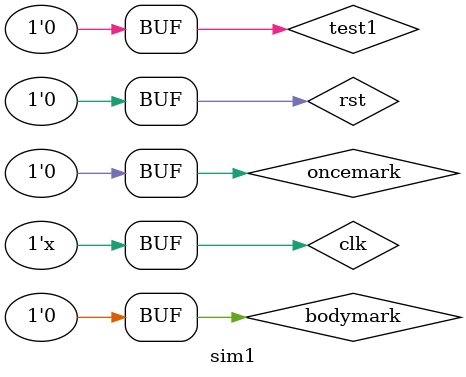
<source format=v>
`timescale 1ns / 1ps


module sim1(

    );

reg rst , clk , bodymark , oncemark, test1;

initial rst = 1'b1;
initial #10 rst = 1'b0;
initial clk = 1'b0;
initial bodymark = 1'b0;
initial oncemark = 1'b0;
initial test1 = 1'b0;

initial #200 bodymark = 1'b1;
initial #202 bodymark = 1'b0;
always #1 clk = ~clk;
always
begin
    #1 oncemark = 1'b0;
    #30 oncemark = 1'b1;
    #32 oncemark = 1'b0;
    #300 oncemark = 1'b0;
end

always
begin
    #100 test1 = 1'b1;
    #2 test1 = 1'b0;
    #300 test1 = 1'b0;
end




collect collect(
    .rst(rst),
    .clk(clk),
    .clk_smp(clk),
//    .collectmark(collectmark),
    .bodymark(bodymark),
    .fire_once(test1),
    .fire_achieve( ),
    .now_num( ),
    
    .adc_ovr( ),//when adc_ovr = 1 , overranged or underranged
    .adc_data( ),
    .shdn( ),//shdn=0,oe=0 -> enalbe ... shdn=1,oe=0 -> nap mode ... shdn=1,oe=1 -> sleep mode
    .oe( ),// adc IC output enable pin
    .adc_clk_ttl( ),//adc clk
    .adc_clk_oe( ),// adc clk enable, =1 -> eanble
    .gain( ),
    .we_un(  ),
    .wadd_un(  ),
    .data_un(  ),
    .collect_num( ),
    .collect_achieve( ),
    .collect_once ( )
);


//Ultrasonic_TOP top(
//    .clk( clk),
////    input rst,
//    .m2_cmd_in(1'b1),
//    .pma(),
//    .pmd(), 
//    .adc_data(),
//    .adc_ovr(),
//    .adc_shdn(),
//    .adc_oe(),
//    .adc_clk_ttl(),
//    .adc_clk_oe(),
//    .m5_bzo(),
//    .m5_boo(),
//    .m7_bzo(),
//    .m7_boo(), 
//    .gain(),
//    .m2_bzo(),
//    .m2_boo(),

//    .int_0(),
//    .uart_rx(),
//    .uart_tx(),
    
//    .oe_15(),
//    .oe_20(),
//    .oe_nj(),
//    .fire_a(),
//    .fire_b(),
//    .fire_c(),
//    .fire_d()
//    );

//count_mod count_mod(
//    .clk(clk),
//    .rst(rst),
//    .bodymark(bodymark),
//    .oncemark(oncemark),
//    .num()
//);


//fire fire(
//    .rst( rst),
//    .clk_20m(clk ),
//    .bodymark( bodymark),
//    .oncemark( oncemark),
//    .oe( ),
//    .fire_a( ),
//    .fire_b( ),
//    .fire_c( ),
//    .fire_d( ),
//    .fire_once( ),
//    .fire_achieve( ),
//    .pulse_num( ),
//    .error_fire( )
//    );




endmodule

</source>
